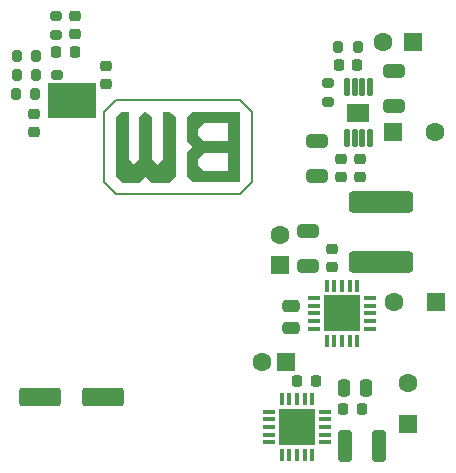
<source format=gbr>
%TF.GenerationSoftware,KiCad,Pcbnew,8.0.3*%
%TF.CreationDate,2024-07-12T17:44:37+02:00*%
%TF.ProjectId,CleanLVSupply,436c6561-6e4c-4565-9375-70706c792e6b,rev?*%
%TF.SameCoordinates,Original*%
%TF.FileFunction,Soldermask,Bot*%
%TF.FilePolarity,Negative*%
%FSLAX46Y46*%
G04 Gerber Fmt 4.6, Leading zero omitted, Abs format (unit mm)*
G04 Created by KiCad (PCBNEW 8.0.3) date 2024-07-12 17:44:37*
%MOMM*%
%LPD*%
G01*
G04 APERTURE LIST*
G04 Aperture macros list*
%AMRoundRect*
0 Rectangle with rounded corners*
0 $1 Rounding radius*
0 $2 $3 $4 $5 $6 $7 $8 $9 X,Y pos of 4 corners*
0 Add a 4 corners polygon primitive as box body*
4,1,4,$2,$3,$4,$5,$6,$7,$8,$9,$2,$3,0*
0 Add four circle primitives for the rounded corners*
1,1,$1+$1,$2,$3*
1,1,$1+$1,$4,$5*
1,1,$1+$1,$6,$7*
1,1,$1+$1,$8,$9*
0 Add four rect primitives between the rounded corners*
20,1,$1+$1,$2,$3,$4,$5,0*
20,1,$1+$1,$4,$5,$6,$7,0*
20,1,$1+$1,$6,$7,$8,$9,0*
20,1,$1+$1,$8,$9,$2,$3,0*%
G04 Aperture macros list end*
%ADD10C,0.100000*%
%ADD11C,0.200000*%
%ADD12C,0.000000*%
%ADD13R,1.600000X1.600000*%
%ADD14C,1.600000*%
%ADD15RoundRect,0.200000X-0.200000X-0.275000X0.200000X-0.275000X0.200000X0.275000X-0.200000X0.275000X0*%
%ADD16RoundRect,0.200000X-0.275000X0.200000X-0.275000X-0.200000X0.275000X-0.200000X0.275000X0.200000X0*%
%ADD17RoundRect,0.225000X0.250000X-0.225000X0.250000X0.225000X-0.250000X0.225000X-0.250000X-0.225000X0*%
%ADD18RoundRect,0.225000X0.225000X0.250000X-0.225000X0.250000X-0.225000X-0.250000X0.225000X-0.250000X0*%
%ADD19RoundRect,0.200000X0.275000X-0.200000X0.275000X0.200000X-0.275000X0.200000X-0.275000X-0.200000X0*%
%ADD20RoundRect,0.250000X0.650000X-0.325000X0.650000X0.325000X-0.650000X0.325000X-0.650000X-0.325000X0*%
%ADD21RoundRect,0.087500X0.425000X0.087500X-0.425000X0.087500X-0.425000X-0.087500X0.425000X-0.087500X0*%
%ADD22RoundRect,0.087500X0.087500X0.425000X-0.087500X0.425000X-0.087500X-0.425000X0.087500X-0.425000X0*%
%ADD23R,3.150000X3.150000*%
%ADD24RoundRect,0.250000X-0.250000X-0.475000X0.250000X-0.475000X0.250000X0.475000X-0.250000X0.475000X0*%
%ADD25RoundRect,0.125000X-0.125000X0.600000X-0.125000X-0.600000X0.125000X-0.600000X0.125000X0.600000X0*%
%ADD26R,1.890000X1.570000*%
%ADD27RoundRect,0.250000X2.450000X-0.650000X2.450000X0.650000X-2.450000X0.650000X-2.450000X-0.650000X0*%
%ADD28RoundRect,0.200000X0.200000X0.275000X-0.200000X0.275000X-0.200000X-0.275000X0.200000X-0.275000X0*%
%ADD29RoundRect,0.225000X-0.250000X0.225000X-0.250000X-0.225000X0.250000X-0.225000X0.250000X0.225000X0*%
%ADD30RoundRect,0.250000X-1.500000X-0.550000X1.500000X-0.550000X1.500000X0.550000X-1.500000X0.550000X0*%
%ADD31RoundRect,0.225000X-0.225000X-0.250000X0.225000X-0.250000X0.225000X0.250000X-0.225000X0.250000X0*%
%ADD32RoundRect,0.087500X0.087500X-0.425000X0.087500X0.425000X-0.087500X0.425000X-0.087500X-0.425000X0*%
%ADD33RoundRect,0.087500X0.425000X-0.087500X0.425000X0.087500X-0.425000X0.087500X-0.425000X-0.087500X0*%
%ADD34RoundRect,0.250000X-0.325000X-1.100000X0.325000X-1.100000X0.325000X1.100000X-0.325000X1.100000X0*%
%ADD35RoundRect,0.250000X-0.475000X0.250000X-0.475000X-0.250000X0.475000X-0.250000X0.475000X0.250000X0*%
G04 APERTURE END LIST*
D10*
X133900000Y-87000000D02*
X137900000Y-87000000D01*
X137900000Y-89900000D01*
X133900000Y-89900000D01*
X133900000Y-87000000D01*
G36*
X133900000Y-87000000D02*
G01*
X137900000Y-87000000D01*
X137900000Y-89900000D01*
X133900000Y-89900000D01*
X133900000Y-87000000D01*
G37*
D11*
%TO.C,REF\u002A\u002A*%
X151150000Y-89400000D02*
X151150000Y-95400000D01*
X150150000Y-96400000D01*
X139650000Y-96400000D01*
X138650000Y-95400000D01*
X138650000Y-89400000D01*
X139650000Y-88400000D01*
X150150000Y-88400000D01*
X151150000Y-89400000D01*
D12*
G36*
X150150000Y-91900000D02*
G01*
X149150000Y-91900000D01*
X149150000Y-90400000D01*
X147150000Y-90400000D01*
X146650000Y-90900000D01*
X146650000Y-91400000D01*
X147150000Y-91900000D01*
X145650000Y-91900000D01*
X145650000Y-89900000D01*
X146150000Y-89400000D01*
X150150000Y-89400000D01*
X150150000Y-91900000D01*
G37*
G36*
X150150000Y-95400000D02*
G01*
X146150000Y-95400000D01*
X145650000Y-94900000D01*
X145650000Y-93400000D01*
X146650000Y-93400000D01*
X146650000Y-93900000D01*
X147150000Y-94400000D01*
X149150000Y-94400000D01*
X149150000Y-92900000D01*
X147150000Y-92900000D01*
X146650000Y-93400000D01*
X145650000Y-93400000D01*
X145650000Y-92900000D01*
X146150000Y-92400000D01*
X145650000Y-91900000D01*
X150150000Y-91900000D01*
X150150000Y-95400000D01*
G37*
D10*
X140650000Y-93400000D02*
X141150000Y-93900000D01*
X141650000Y-93400000D01*
X141650000Y-89900000D01*
X142150000Y-89400000D01*
X142650000Y-89900000D01*
X142650000Y-93400000D01*
X143150000Y-93900000D01*
X143650000Y-93400000D01*
X143650000Y-89400000D01*
X144150000Y-89400000D01*
X144650000Y-89900000D01*
X144650000Y-94900000D01*
X144150000Y-95400000D01*
X142650000Y-95400000D01*
X142150000Y-94900000D01*
X141650000Y-95400000D01*
X140150000Y-95400000D01*
X139650000Y-94900000D01*
X139650000Y-89900000D01*
X140150000Y-89400000D01*
X140650000Y-89400000D01*
X140650000Y-93400000D01*
G36*
X140650000Y-93400000D02*
G01*
X141150000Y-93900000D01*
X141650000Y-93400000D01*
X141650000Y-89900000D01*
X142150000Y-89400000D01*
X142650000Y-89900000D01*
X142650000Y-93400000D01*
X143150000Y-93900000D01*
X143650000Y-93400000D01*
X143650000Y-89400000D01*
X144150000Y-89400000D01*
X144650000Y-89900000D01*
X144650000Y-94900000D01*
X144150000Y-95400000D01*
X142650000Y-95400000D01*
X142150000Y-94900000D01*
X141650000Y-95400000D01*
X140150000Y-95400000D01*
X139650000Y-94900000D01*
X139650000Y-89900000D01*
X140150000Y-89400000D01*
X140650000Y-89400000D01*
X140650000Y-93400000D01*
G37*
%TD*%
D13*
%TO.C,C18*%
X163147349Y-91100000D03*
D14*
X166647349Y-91100000D03*
%TD*%
D13*
%TO.C,C40*%
X164400000Y-115852651D03*
D14*
X164400000Y-112352651D03*
%TD*%
D13*
%TO.C,C41*%
X154055113Y-110600000D03*
D14*
X152055113Y-110600000D03*
%TD*%
D13*
%TO.C,C14*%
X164800000Y-83500000D03*
D14*
X162300000Y-83500000D03*
%TD*%
D13*
%TO.C,C29*%
X153600000Y-102382380D03*
D14*
X153600000Y-99882380D03*
%TD*%
D13*
%TO.C,C28*%
X166752651Y-105500000D03*
D14*
X163252651Y-105500000D03*
%TD*%
D15*
%TO.C,R1*%
X131175000Y-87900000D03*
X132825000Y-87900000D03*
%TD*%
D16*
%TO.C,R5*%
X134700000Y-86275000D03*
X134700000Y-87925000D03*
%TD*%
D17*
%TO.C,C11*%
X132700000Y-91175000D03*
X132700000Y-89625000D03*
%TD*%
D18*
%TO.C,C42*%
X156575000Y-112200000D03*
X155025000Y-112200000D03*
%TD*%
D19*
%TO.C,R6*%
X157600000Y-88625000D03*
X157600000Y-86975000D03*
%TD*%
D20*
%TO.C,C15*%
X156700000Y-94875000D03*
X156700000Y-91925000D03*
%TD*%
D21*
%TO.C,U4*%
X161162500Y-105200000D03*
X161162500Y-105850000D03*
X161162500Y-106500000D03*
X161162500Y-107150000D03*
X161162500Y-107800000D03*
D22*
X160100000Y-108862500D03*
X159450000Y-108862500D03*
X158800000Y-108862500D03*
X158150000Y-108862500D03*
X157500000Y-108862500D03*
D21*
X156437500Y-107800000D03*
X156437500Y-107150000D03*
X156437500Y-106500000D03*
X156437500Y-105850000D03*
X156437500Y-105200000D03*
D22*
X157500000Y-104137500D03*
X158150000Y-104137500D03*
X158800000Y-104137500D03*
X159450000Y-104137500D03*
X160100000Y-104137500D03*
D23*
X158800000Y-106500000D03*
%TD*%
D24*
%TO.C,C37*%
X158950000Y-112800000D03*
X160850000Y-112800000D03*
%TD*%
D25*
%TO.C,U2*%
X159225000Y-87350000D03*
X159875000Y-87350000D03*
X160525000Y-87350000D03*
X161175000Y-87350000D03*
X161175000Y-91650000D03*
X160525000Y-91650000D03*
X159875000Y-91650000D03*
X159225000Y-91650000D03*
D26*
X160200000Y-89500000D03*
%TD*%
D17*
%TO.C,C26*%
X158000000Y-102575000D03*
X158000000Y-101025000D03*
%TD*%
D15*
%TO.C,R2*%
X131275000Y-84700000D03*
X132925000Y-84700000D03*
%TD*%
D27*
%TO.C,C27*%
X162100000Y-102150000D03*
X162100000Y-97050000D03*
%TD*%
D28*
%TO.C,R4*%
X132925000Y-86300000D03*
X131275000Y-86300000D03*
%TD*%
D16*
%TO.C,R3*%
X134600000Y-81275000D03*
X134600000Y-82925000D03*
%TD*%
D29*
%TO.C,C9*%
X138800000Y-85525000D03*
X138800000Y-87075000D03*
%TD*%
D20*
%TO.C,C17*%
X163200000Y-88900000D03*
X163200000Y-85950000D03*
%TD*%
D30*
%TO.C,C1*%
X133200000Y-113600000D03*
X138600000Y-113600000D03*
%TD*%
D31*
%TO.C,C38*%
X158925000Y-114600000D03*
X160475000Y-114600000D03*
%TD*%
D15*
%TO.C,R8*%
X158475000Y-83900000D03*
X160125000Y-83900000D03*
%TD*%
D17*
%TO.C,C13*%
X160300000Y-94975000D03*
X160300000Y-93425000D03*
%TD*%
%TO.C,C16*%
X158700000Y-94975000D03*
X158700000Y-93425000D03*
%TD*%
D32*
%TO.C,U6*%
X156300000Y-118462500D03*
X155650000Y-118462500D03*
X155000000Y-118462500D03*
X154350000Y-118462500D03*
X153700000Y-118462500D03*
D33*
X152637500Y-117400000D03*
X152637500Y-116750000D03*
X152637500Y-116100000D03*
X152637500Y-115450000D03*
X152637500Y-114800000D03*
D32*
X153700000Y-113737500D03*
X154350000Y-113737500D03*
X155000000Y-113737500D03*
X155650000Y-113737500D03*
X156300000Y-113737500D03*
D33*
X157362500Y-114800000D03*
X157362500Y-115450000D03*
X157362500Y-116100000D03*
X157362500Y-116750000D03*
X157362500Y-117400000D03*
D23*
X155000000Y-116100000D03*
%TD*%
D31*
%TO.C,C12*%
X134625000Y-84400000D03*
X136175000Y-84400000D03*
%TD*%
D17*
%TO.C,C8*%
X136200000Y-82875000D03*
X136200000Y-81325000D03*
%TD*%
D31*
%TO.C,C19*%
X158525000Y-85500000D03*
X160075000Y-85500000D03*
%TD*%
D34*
%TO.C,C39*%
X159025000Y-117700000D03*
X161975000Y-117700000D03*
%TD*%
D20*
%TO.C,C25*%
X155900000Y-102475000D03*
X155900000Y-99525000D03*
%TD*%
D35*
%TO.C,C30*%
X154500000Y-105850000D03*
X154500000Y-107750000D03*
%TD*%
M02*

</source>
